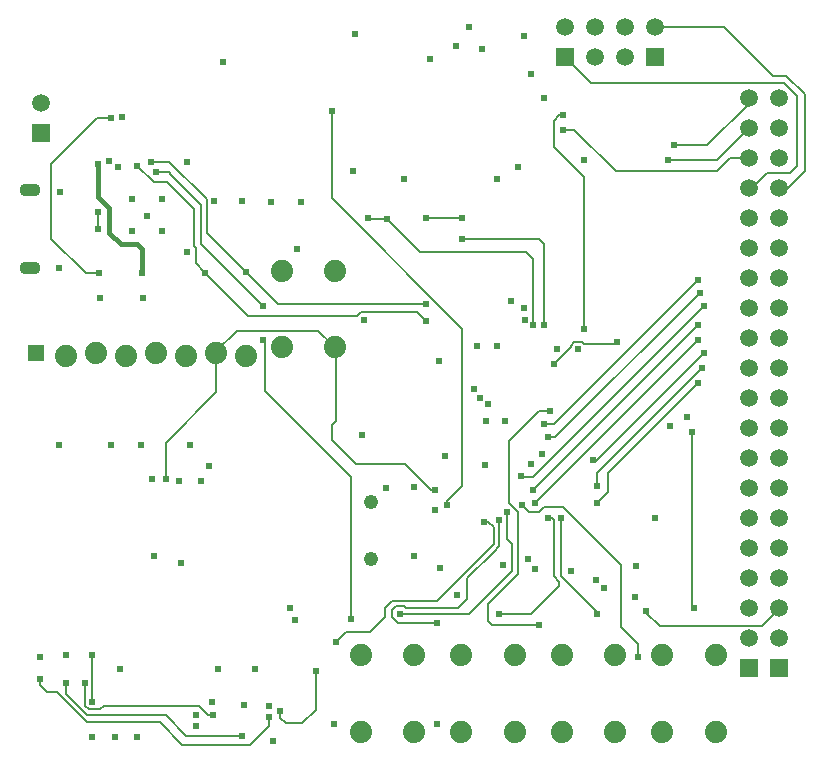
<source format=gbr>
%TF.GenerationSoftware,Novarm,DipTrace,3.2.0.1*%
%TF.CreationDate,2018-11-25T16:17:45-08:00*%
%FSLAX26Y26*%
%MOIN*%
%TF.FileFunction,Copper,L2,Inr*%
%TF.Part,Single*%
%AMOUTLINE1*
4,1,4,
0.026163,0.026163,
0.026205,-0.026121,
-0.026121,-0.026205,
-0.026163,0.026163,
0.026163,0.026163,
0*%
%TA.AperFunction,Conductor*%
%ADD15C,0.007*%
%ADD16C,0.006*%
%ADD17C,0.015748*%
%TA.AperFunction,ComponentPad*%
%ADD33R,0.059055X0.059055*%
%ADD34C,0.059055*%
%ADD38O,0.070866X0.043307*%
%ADD45C,0.074*%
%ADD62R,0.05937X0.05937*%
%ADD63C,0.05937*%
%ADD69C,0.048*%
%TA.AperFunction,ViaPad*%
%ADD70C,0.024*%
%TA.AperFunction,ComponentPad*%
%ADD150OUTLINE1*%
G75*
G01*
%LPD*%
X1281108Y543948D2*
D15*
Y522075D1*
X1299856Y503327D1*
X1356100D1*
X1399845Y547072D1*
Y678309D1*
X2174950Y1456201D2*
D16*
X2199610D1*
X2680961Y1937551D1*
X2162452Y1499952D2*
X2193366D1*
X2674711Y1981297D1*
X2502855Y878288D2*
D15*
Y872047D1*
X2548201Y826701D1*
X2886452D1*
X2947201Y887450D1*
X2943701D1*
X2337247Y1293869D2*
D16*
Y1337614D1*
X2687210Y1687578D1*
X2337247Y1237625D2*
X2374743Y1275121D1*
Y1337614D1*
X2674711Y1637583D1*
X674921Y2149952D2*
D15*
Y2206273D1*
X2224759Y2481244D2*
D16*
X2262255D1*
X2399740Y2343759D1*
X2737205D1*
X2780897Y2387450D1*
X2843701D1*
Y2487450D2*
X2843400D1*
X2737205Y2381255D1*
X2574722D1*
X656173Y575194D2*
Y731428D1*
X1156121Y462706D2*
X968641D1*
X899898Y531449D1*
X637425D1*
X568683Y600192D1*
Y637688D1*
X481192Y650187D2*
Y631439D1*
X506189Y606441D1*
X537436D1*
X637425Y506452D1*
X881150D1*
X956142Y431460D1*
X1181118D1*
X1243612Y493953D1*
Y525200D1*
X1057432Y532605D2*
X1042477D1*
X1012386Y562696D1*
X693670D1*
X681171Y550197D1*
X643675D1*
X631176Y562696D1*
Y637688D1*
X2162265Y1831313D2*
Y2100137D1*
X2143701Y2118701D1*
X1887453D1*
X806201Y2362452D2*
X862452Y2306201D1*
X906201D1*
X993701Y2218701D1*
Y2093701D1*
X999950Y2087452D1*
Y2037453D1*
X1031777Y2005626D1*
X1174952Y1862452D1*
X1537450D1*
X1549950Y1874952D1*
X1737450D1*
X1768701Y1843701D1*
X849903Y2375005D2*
X912397D1*
X1037383Y2250019D1*
Y2137519D1*
X1174950Y1999952D1*
X1168620Y2006282D1*
X1174950Y1999952D2*
X1274847Y1900055D1*
X1768557D1*
X2131019Y1237625D2*
X2674711Y1781318D1*
X2324748Y1381360D2*
X2330998Y1375110D1*
X2693460Y1737572D1*
X868701Y2340576D2*
D15*
X915579D1*
D16*
Y2334323D1*
X1018701Y2231201D1*
Y2099950D1*
X1224864Y1893788D1*
Y1781318D2*
X1231201D1*
Y1612498D1*
D15*
X1518583Y1325116D1*
Y850166D1*
X2943701Y2287450D2*
D16*
X2974616D1*
X3030924Y2343759D1*
Y2599982D1*
X2968431Y2662475D1*
X2924685D1*
X2762202Y2824958D1*
X2530987D1*
X2530977Y2824969D1*
X2193512Y1700076D2*
X2249756Y1756320D1*
Y1762570D1*
X2262255Y1775068D1*
X2287252D1*
X2293502Y1768819D1*
X2399740D1*
X2405990Y1775068D1*
X2843701Y2587450D2*
Y2568992D1*
X2705958Y2431250D1*
X2593470D1*
X2084149Y1328240D2*
X2087437Y1324952D1*
X2124952D1*
X2693806Y1893806D1*
X2124769Y1281370D2*
X2674711Y1831313D1*
X2181013Y1543843D2*
X2143517D1*
X2043528Y1443853D1*
Y1237625D1*
X2074774Y1206378D1*
Y1000150D1*
X1974785Y900160D1*
Y843916D1*
X1987284Y831418D1*
X2143517D1*
X2087273Y1231376D2*
X2112271Y1206378D1*
X2143517D1*
X2162265Y1225126D1*
X2224759D1*
X2418488Y1031397D1*
Y825168D1*
X2474732Y768924D1*
Y725420D1*
X2843701Y2287450D2*
X2855878D1*
X2905937Y2337509D1*
X2980929D1*
X3005927Y2362507D1*
Y2593732D1*
X2962181Y2637478D1*
X2318467D1*
X2230977Y2724969D1*
X1962286Y1175131D2*
X1974785D1*
X1993533Y1156383D1*
Y1100139D1*
X1806053Y912659D1*
X1656068D1*
X1631071Y887662D1*
Y856415D1*
X1581076Y806420D1*
X1499835D1*
X1468588Y775173D1*
X1806053Y837667D2*
X1674816D1*
X1656068Y856415D1*
Y881412D1*
X1668567Y893911D1*
X1693565D1*
X1699814Y887662D1*
X1874795D1*
X1906042Y918908D1*
Y987651D1*
X1993533Y1075142D1*
Y1075752D1*
X2012281Y1094500D1*
Y1181381D1*
X1837299Y1231376D2*
D15*
Y1243874D1*
X1887294Y1293869D1*
Y1818814D1*
X1453076Y2253032D1*
Y2543701D1*
X676013Y2368756D2*
D17*
Y2258301D1*
X712418Y2221897D1*
Y2137530D1*
X749914Y2100034D1*
X806158D1*
X821781Y2084411D1*
Y2003170D1*
X678046D2*
D16*
X634301D1*
X518688Y2118782D1*
Y2368756D1*
X671797Y2521865D1*
X718667D1*
X2293502Y1818814D2*
Y2325011D1*
X2193512Y2425000D1*
Y2512491D1*
X2212260Y2531239D1*
X2224759D1*
X1681066Y868914D2*
X1912292D1*
X2056026Y1012649D1*
Y1100139D1*
X2037278Y1118887D1*
Y1206378D1*
X2012450Y868914D2*
X2118520D1*
X2212260Y962654D1*
Y975152D1*
X2193512Y993900D1*
Y1181381D1*
X2187263Y1187630D1*
X2174764D1*
X2218509D2*
Y993900D1*
X2337247Y875163D1*
Y868914D1*
X2655963Y1475100D2*
Y893911D1*
X2662213Y887662D1*
X1068701Y1737450D2*
D15*
Y1743701D1*
X1137450Y1812450D1*
X1409201D1*
X1465450Y1756201D1*
X1796824Y1281201D2*
X1784349D1*
X1696689Y1368861D1*
X1534206D1*
X1456089Y1446978D1*
Y1496973D1*
X1468701Y1509584D1*
Y1752950D1*
X1465450Y1756201D1*
X899898Y1318866D2*
D16*
Y1437604D1*
X1068630Y1606336D1*
Y1737379D1*
X1068701Y1737450D1*
X1637450Y2185630D2*
D15*
X1576781D1*
X1574960Y2187452D1*
X2124769Y1831313D2*
D16*
Y2050133D1*
X2099865Y2075037D1*
X1748044D1*
X1637450Y2185630D1*
X1889274Y2187452D2*
D15*
X1768710D1*
D70*
X1281108Y543948D3*
X1399845Y678309D3*
X2174950Y1456201D3*
X2680961Y1937551D3*
X2162452Y1499952D3*
X2674711Y1981297D3*
X2502855Y878288D3*
X2337247Y1293869D3*
X2687210Y1687578D3*
X2337247Y1237625D3*
X2674711Y1637583D3*
X970858Y2375912D3*
X971765Y2075037D3*
X712452Y2378164D3*
X674921Y2149952D3*
Y2206273D3*
X740540Y2356257D3*
X1562452Y1846936D3*
X548502Y2275936D3*
X837404Y2193774D3*
X1252987Y2240645D3*
X1352978D3*
X756299Y2524949D3*
X1091242Y2709324D3*
X1196826Y684326D3*
X1074879D3*
X1257591Y445436D3*
X1196826Y684326D3*
X1257591Y445436D3*
X1796824Y1214272D3*
X1728075Y1059658D3*
X1315576Y887450D3*
X1257591Y445436D3*
X681171Y1921928D3*
X1315576Y887450D3*
X824906Y1921928D3*
X1331299Y846844D3*
X1196826Y684326D3*
X749696D3*
X1331299Y846844D3*
X1002314Y492840D3*
X787683Y2250181D3*
X887452Y2249950D3*
X887310Y2143841D3*
X548502Y2275936D3*
X545377Y2020030D3*
X787683Y2143780D3*
X1831050Y1393858D3*
X1728075Y1290883D3*
X1796824Y1214272D3*
X1062452Y2243701D3*
X1156201D3*
X1062452D3*
X1156201D3*
X1252987Y2240645D3*
X819292Y1431201D3*
X718701D3*
X731071Y456457D3*
X1002314Y492840D3*
X1531082Y2799961D3*
X1091242Y2709324D3*
X1912292Y2824958D3*
X2093523Y2793711D3*
X2162265Y2587483D3*
X1524832Y2343759D3*
X1693565Y2318761D3*
X2003772Y2318550D3*
X2074774Y2356257D3*
X2003772Y2318550D3*
X2293502Y2381255D3*
X2023294Y1029911D3*
X2530977Y1187630D3*
X2023294Y1029911D3*
X1939103Y1762570D3*
X1812302Y1712575D3*
X2274753Y1750071D3*
X1939103Y1762570D3*
X2637215Y1525095D3*
X2274753Y1750071D3*
X981201Y1431201D3*
X819292D3*
X543701D3*
X1462339Y500202D3*
X1806053Y502016D3*
X1956201Y2749950D3*
X2097213Y1847213D3*
X2224759Y2481244D3*
X2156201Y1399952D3*
X1043701Y1362452D3*
X2574722Y2381255D3*
X1781201Y2718701D3*
X2093701Y1887452D3*
X656173Y575194D3*
Y731428D3*
X1156121Y462706D3*
X568683Y637688D3*
X481192Y650187D3*
X1243612Y525200D3*
X1057432Y532605D3*
X631176Y637688D3*
X949950Y1037452D3*
X481192Y724961D3*
X943701Y1312452D3*
X2131019Y1018898D3*
X2162265Y1831313D3*
X1887453Y2118701D3*
X806201Y2362452D3*
X1031777Y2005626D3*
X1768701Y1843701D3*
X849903Y2375005D3*
X1168620Y2006282D3*
X1768557Y1900055D3*
X2131019Y1237625D3*
X2674711Y1781318D3*
X2324748Y1381360D3*
X2693460Y1737572D3*
X1634196Y1287620D3*
X1556079Y1465726D3*
X868701Y2340576D3*
X1224864Y1893788D3*
Y1781318D3*
X1518583Y850166D3*
X2465576Y924952D3*
X2193512Y1700076D3*
X2405990Y1775068D3*
X1018701Y1312450D3*
X2118701Y1368701D3*
X2593470Y2431250D3*
X1868546Y2762465D3*
X2050197Y1912452D3*
X2084149Y1328240D3*
X2693806Y1893806D3*
X2362450Y953076D3*
X1243612Y562696D3*
X2362450Y953076D3*
X1871826Y931201D3*
X806158Y456457D3*
X1002314Y532604D3*
X1243612Y562696D3*
X2124769Y1281370D3*
X2674711Y1831313D3*
X2334326Y981201D3*
X1160723Y564173D3*
X1815427Y1022534D3*
X2334326Y981201D3*
X1056131Y575194D3*
X1160723Y564173D3*
X656173Y456457D3*
X1056131Y575194D3*
X2181013Y1543843D3*
X2143517Y831418D3*
X2087273Y1231376D3*
X2474732Y725420D3*
X2031029Y1512596D3*
X1946826Y1587452D3*
X1928076Y1618701D3*
X1974950Y1568700D3*
X1968847Y1512596D3*
X1962286Y1175131D3*
X1468588Y775173D3*
X1806053Y837667D3*
X2012281Y1181381D3*
X1837299Y1231376D3*
X1453076Y2543701D3*
X2468483Y1027147D3*
X2249756Y1012649D3*
X2580971Y1493848D3*
X2468483Y1027147D3*
X2006032Y1762570D3*
X2206011Y1750071D3*
X676013Y2368756D3*
X821781Y2003170D3*
X678046D3*
X718667Y2521865D3*
X2293502Y1818814D3*
X2224759Y2531239D3*
D3*
X1681066Y868914D3*
X2037278Y1206378D3*
X2012450Y868914D3*
X2174764Y1187630D3*
X2218509D3*
X2337247Y868914D3*
X2655963Y1475100D3*
X2662213Y887662D3*
X862450Y1062452D3*
X568456Y731201D3*
X856201Y1318701D3*
X2109252Y1050145D3*
X1796824Y1281201D3*
X899898Y1318866D3*
X1965551Y1365600D3*
X1337352Y2084411D3*
X1637450Y2185630D3*
X1574960Y2187452D3*
X2124769Y1831313D3*
X1637450Y2185630D3*
X1889274Y2187452D3*
X1768710D3*
X2118520Y2668725D3*
X1889274Y2187452D3*
D33*
X484316Y2471870D3*
D34*
Y2571870D3*
D38*
X448999Y2279873D3*
Y2020030D3*
D150*
X468701Y1737450D3*
D45*
X568701Y1727450D3*
X668701Y1737450D3*
X768701Y1727450D3*
X868701Y1737450D3*
X968701Y1727450D3*
X1068701Y1737450D3*
X1168701Y1727450D3*
D33*
X2843701Y687450D3*
D34*
Y787450D3*
Y887450D3*
Y987450D3*
Y1087450D3*
Y1187450D3*
Y1287450D3*
Y1387450D3*
Y1487450D3*
Y1587450D3*
Y1687450D3*
Y1787450D3*
Y1887450D3*
Y1987450D3*
Y2087450D3*
Y2187450D3*
Y2287450D3*
Y2387450D3*
Y2487450D3*
Y2587450D3*
D33*
X2943701Y687450D3*
D34*
Y787450D3*
Y887450D3*
Y987450D3*
Y1087450D3*
Y1187450D3*
Y1287450D3*
Y1387450D3*
Y1487450D3*
Y1587450D3*
Y1687450D3*
Y1787450D3*
Y1887450D3*
Y1987450D3*
Y2087450D3*
Y2187450D3*
Y2287450D3*
Y2387450D3*
Y2487450D3*
Y2587450D3*
D45*
X1287450Y1756201D3*
Y2012201D3*
X1465450Y1756201D3*
Y2012201D3*
X2556201Y474950D3*
Y730950D3*
X2734201Y474950D3*
Y730950D3*
X2220784Y474950D3*
Y730950D3*
X2398784Y474950D3*
Y730950D3*
X1885368Y474950D3*
Y730950D3*
X2063368Y474950D3*
Y730950D3*
X1549950Y474950D3*
Y730950D3*
X1727950Y474950D3*
Y730950D3*
D62*
X2530977Y2724969D3*
D63*
Y2824969D3*
X2430977Y2724969D3*
Y2824969D3*
X2330977Y2724969D3*
Y2824969D3*
D62*
X2230977Y2724969D3*
D63*
Y2824969D3*
D69*
X1584326Y1049954D3*
Y1239954D3*
M02*

</source>
